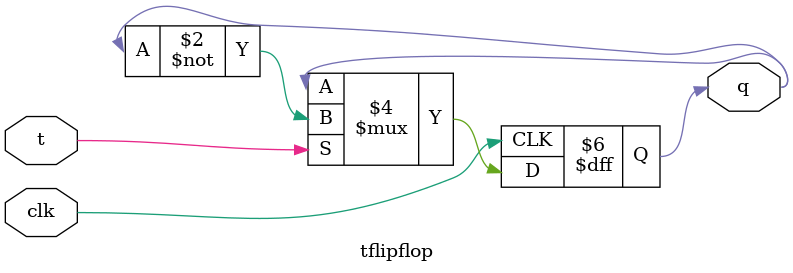
<source format=v>
`timescale 1ns / 1ps


module tflipflop(input clk, t, output reg q);
    initial q = 1'b0;
    always @ (posedge clk) begin
        if(t)
            q <= ~q;
     end
endmodule
</source>
